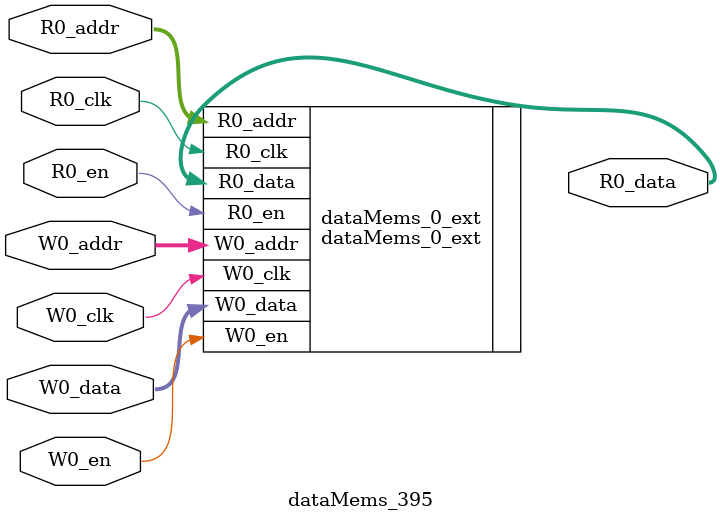
<source format=sv>
`ifndef RANDOMIZE
  `ifdef RANDOMIZE_REG_INIT
    `define RANDOMIZE
  `endif // RANDOMIZE_REG_INIT
`endif // not def RANDOMIZE
`ifndef RANDOMIZE
  `ifdef RANDOMIZE_MEM_INIT
    `define RANDOMIZE
  `endif // RANDOMIZE_MEM_INIT
`endif // not def RANDOMIZE

`ifndef RANDOM
  `define RANDOM $random
`endif // not def RANDOM

// Users can define 'PRINTF_COND' to add an extra gate to prints.
`ifndef PRINTF_COND_
  `ifdef PRINTF_COND
    `define PRINTF_COND_ (`PRINTF_COND)
  `else  // PRINTF_COND
    `define PRINTF_COND_ 1
  `endif // PRINTF_COND
`endif // not def PRINTF_COND_

// Users can define 'ASSERT_VERBOSE_COND' to add an extra gate to assert error printing.
`ifndef ASSERT_VERBOSE_COND_
  `ifdef ASSERT_VERBOSE_COND
    `define ASSERT_VERBOSE_COND_ (`ASSERT_VERBOSE_COND)
  `else  // ASSERT_VERBOSE_COND
    `define ASSERT_VERBOSE_COND_ 1
  `endif // ASSERT_VERBOSE_COND
`endif // not def ASSERT_VERBOSE_COND_

// Users can define 'STOP_COND' to add an extra gate to stop conditions.
`ifndef STOP_COND_
  `ifdef STOP_COND
    `define STOP_COND_ (`STOP_COND)
  `else  // STOP_COND
    `define STOP_COND_ 1
  `endif // STOP_COND
`endif // not def STOP_COND_

// Users can define INIT_RANDOM as general code that gets injected into the
// initializer block for modules with registers.
`ifndef INIT_RANDOM
  `define INIT_RANDOM
`endif // not def INIT_RANDOM

// If using random initialization, you can also define RANDOMIZE_DELAY to
// customize the delay used, otherwise 0.002 is used.
`ifndef RANDOMIZE_DELAY
  `define RANDOMIZE_DELAY 0.002
`endif // not def RANDOMIZE_DELAY

// Define INIT_RANDOM_PROLOG_ for use in our modules below.
`ifndef INIT_RANDOM_PROLOG_
  `ifdef RANDOMIZE
    `ifdef VERILATOR
      `define INIT_RANDOM_PROLOG_ `INIT_RANDOM
    `else  // VERILATOR
      `define INIT_RANDOM_PROLOG_ `INIT_RANDOM #`RANDOMIZE_DELAY begin end
    `endif // VERILATOR
  `else  // RANDOMIZE
    `define INIT_RANDOM_PROLOG_
  `endif // RANDOMIZE
`endif // not def INIT_RANDOM_PROLOG_

// Include register initializers in init blocks unless synthesis is set
`ifndef SYNTHESIS
  `ifndef ENABLE_INITIAL_REG_
    `define ENABLE_INITIAL_REG_
  `endif // not def ENABLE_INITIAL_REG_
`endif // not def SYNTHESIS

// Include rmemory initializers in init blocks unless synthesis is set
`ifndef SYNTHESIS
  `ifndef ENABLE_INITIAL_MEM_
    `define ENABLE_INITIAL_MEM_
  `endif // not def ENABLE_INITIAL_MEM_
`endif // not def SYNTHESIS

module dataMems_395(	// @[generators/ara/src/main/scala/UnsafeAXI4ToTL.scala:365:62]
  input  [4:0]  R0_addr,
  input         R0_en,
  input         R0_clk,
  output [66:0] R0_data,
  input  [4:0]  W0_addr,
  input         W0_en,
  input         W0_clk,
  input  [66:0] W0_data
);

  dataMems_0_ext dataMems_0_ext (	// @[generators/ara/src/main/scala/UnsafeAXI4ToTL.scala:365:62]
    .R0_addr (R0_addr),
    .R0_en   (R0_en),
    .R0_clk  (R0_clk),
    .R0_data (R0_data),
    .W0_addr (W0_addr),
    .W0_en   (W0_en),
    .W0_clk  (W0_clk),
    .W0_data (W0_data)
  );
endmodule


</source>
